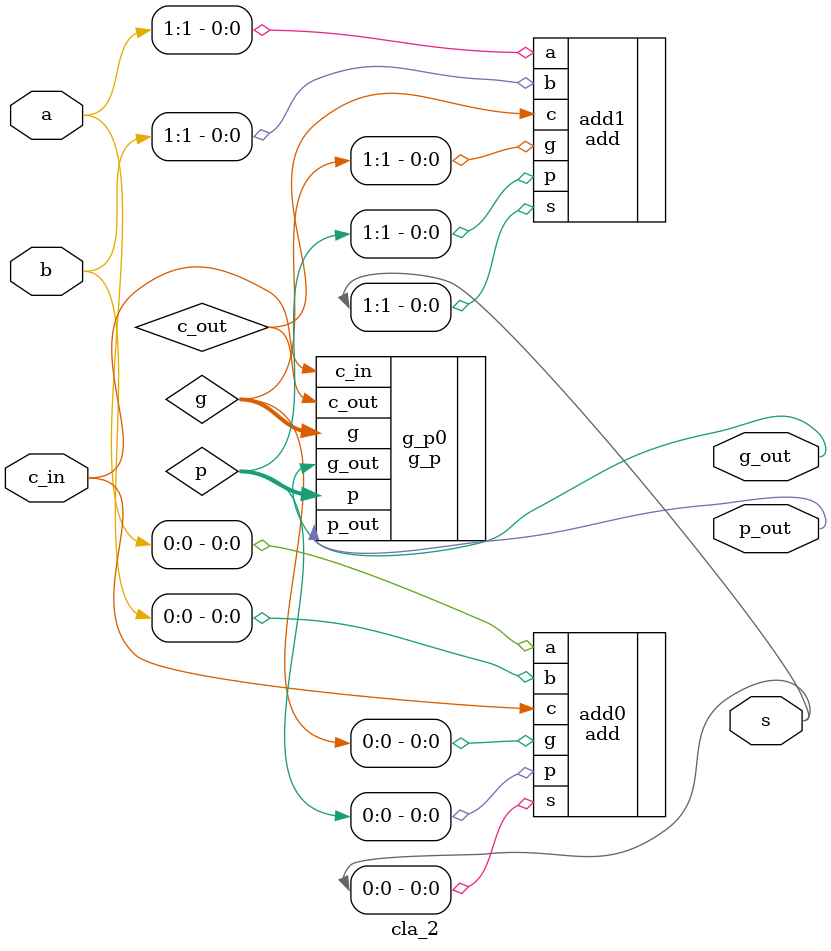
<source format=v>
module cla_2(a, b, c_in, g_out, p_out, s);
	/*********************
	 *	2-bit先行进位Add
	 *input:
	 *	a[1:0]	: cla_2 的第一个2-bit操作数
	 *	b[1:0]	: cla_2 的第二个2-bit操作数
	 *	c_in	: cla_2 的来自下一位的进位
	 *output:
	 *	g_out	: cla_2 的进位产生函数
	 *	p_out	: cla_2 的进位传递函数
	 *	s[1:0]	: cla_2 的加法结果
	 *********************/
	input [1:0] a, b;
	input c_in;
	output g_out, p_out;
	output [1:0] s;
	
	wire [1:0] g, p;
	wire c_out;
	add add0(
		.a(a[0]), 
		.b(b[0]), 
		.c(c_in), 
		.g(g[0]), 
		.p(p[0]),
		.s(s[0])
	);
	add add1(
		.a(a[1]), 
		.b(b[1]), 
		.c(c_out), 
		.g(g[1]), 
		.p(p[1]),
		.s(s[1])
	);
	g_p g_p0(
		.g(g), 
		.p(p), 
		.c_in(c_in), 
		.g_out(g_out), 
		.p_out(p_out), 
		.c_out(c_out)
	);
endmodule
</source>
